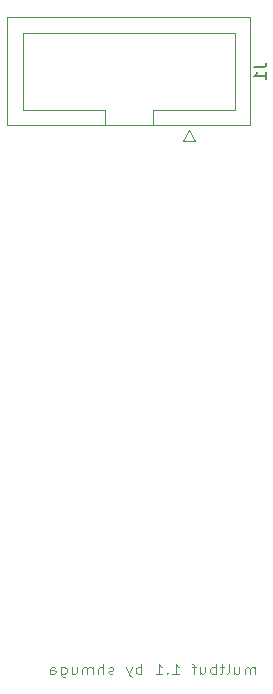
<source format=gbr>
%TF.GenerationSoftware,KiCad,Pcbnew,8.0.7*%
%TF.CreationDate,2025-01-06T00:46:59+00:00*%
%TF.ProjectId,multbuf,6d756c74-6275-4662-9e6b-696361645f70,rev?*%
%TF.SameCoordinates,Original*%
%TF.FileFunction,Legend,Bot*%
%TF.FilePolarity,Positive*%
%FSLAX46Y46*%
G04 Gerber Fmt 4.6, Leading zero omitted, Abs format (unit mm)*
G04 Created by KiCad (PCBNEW 8.0.7) date 2025-01-06 00:46:59*
%MOMM*%
%LPD*%
G01*
G04 APERTURE LIST*
%ADD10C,0.100000*%
%ADD11C,0.150000*%
%ADD12C,0.120000*%
G04 APERTURE END LIST*
D10*
X70496115Y-149696895D02*
X70496115Y-149163561D01*
X70496115Y-149239752D02*
X70448496Y-149201657D01*
X70448496Y-149201657D02*
X70353258Y-149163561D01*
X70353258Y-149163561D02*
X70210401Y-149163561D01*
X70210401Y-149163561D02*
X70115163Y-149201657D01*
X70115163Y-149201657D02*
X70067544Y-149277847D01*
X70067544Y-149277847D02*
X70067544Y-149696895D01*
X70067544Y-149277847D02*
X70019925Y-149201657D01*
X70019925Y-149201657D02*
X69924687Y-149163561D01*
X69924687Y-149163561D02*
X69781830Y-149163561D01*
X69781830Y-149163561D02*
X69686591Y-149201657D01*
X69686591Y-149201657D02*
X69638972Y-149277847D01*
X69638972Y-149277847D02*
X69638972Y-149696895D01*
X68734211Y-149163561D02*
X68734211Y-149696895D01*
X69162782Y-149163561D02*
X69162782Y-149582609D01*
X69162782Y-149582609D02*
X69115163Y-149658800D01*
X69115163Y-149658800D02*
X69019925Y-149696895D01*
X69019925Y-149696895D02*
X68877068Y-149696895D01*
X68877068Y-149696895D02*
X68781830Y-149658800D01*
X68781830Y-149658800D02*
X68734211Y-149620704D01*
X68115163Y-149696895D02*
X68210401Y-149658800D01*
X68210401Y-149658800D02*
X68258020Y-149582609D01*
X68258020Y-149582609D02*
X68258020Y-148896895D01*
X67877067Y-149163561D02*
X67496115Y-149163561D01*
X67734210Y-148896895D02*
X67734210Y-149582609D01*
X67734210Y-149582609D02*
X67686591Y-149658800D01*
X67686591Y-149658800D02*
X67591353Y-149696895D01*
X67591353Y-149696895D02*
X67496115Y-149696895D01*
X67162781Y-149696895D02*
X67162781Y-148896895D01*
X67162781Y-149201657D02*
X67067543Y-149163561D01*
X67067543Y-149163561D02*
X66877067Y-149163561D01*
X66877067Y-149163561D02*
X66781829Y-149201657D01*
X66781829Y-149201657D02*
X66734210Y-149239752D01*
X66734210Y-149239752D02*
X66686591Y-149315942D01*
X66686591Y-149315942D02*
X66686591Y-149544514D01*
X66686591Y-149544514D02*
X66734210Y-149620704D01*
X66734210Y-149620704D02*
X66781829Y-149658800D01*
X66781829Y-149658800D02*
X66877067Y-149696895D01*
X66877067Y-149696895D02*
X67067543Y-149696895D01*
X67067543Y-149696895D02*
X67162781Y-149658800D01*
X65829448Y-149163561D02*
X65829448Y-149696895D01*
X66258019Y-149163561D02*
X66258019Y-149582609D01*
X66258019Y-149582609D02*
X66210400Y-149658800D01*
X66210400Y-149658800D02*
X66115162Y-149696895D01*
X66115162Y-149696895D02*
X65972305Y-149696895D01*
X65972305Y-149696895D02*
X65877067Y-149658800D01*
X65877067Y-149658800D02*
X65829448Y-149620704D01*
X65496114Y-149163561D02*
X65115162Y-149163561D01*
X65353257Y-149696895D02*
X65353257Y-149011180D01*
X65353257Y-149011180D02*
X65305638Y-148934990D01*
X65305638Y-148934990D02*
X65210400Y-148896895D01*
X65210400Y-148896895D02*
X65115162Y-148896895D01*
X63496114Y-149696895D02*
X64067542Y-149696895D01*
X63781828Y-149696895D02*
X63781828Y-148896895D01*
X63781828Y-148896895D02*
X63877066Y-149011180D01*
X63877066Y-149011180D02*
X63972304Y-149087371D01*
X63972304Y-149087371D02*
X64067542Y-149125466D01*
X63067542Y-149620704D02*
X63019923Y-149658800D01*
X63019923Y-149658800D02*
X63067542Y-149696895D01*
X63067542Y-149696895D02*
X63115161Y-149658800D01*
X63115161Y-149658800D02*
X63067542Y-149620704D01*
X63067542Y-149620704D02*
X63067542Y-149696895D01*
X62067543Y-149696895D02*
X62638971Y-149696895D01*
X62353257Y-149696895D02*
X62353257Y-148896895D01*
X62353257Y-148896895D02*
X62448495Y-149011180D01*
X62448495Y-149011180D02*
X62543733Y-149087371D01*
X62543733Y-149087371D02*
X62638971Y-149125466D01*
X60877066Y-149696895D02*
X60877066Y-148896895D01*
X60877066Y-149201657D02*
X60781828Y-149163561D01*
X60781828Y-149163561D02*
X60591352Y-149163561D01*
X60591352Y-149163561D02*
X60496114Y-149201657D01*
X60496114Y-149201657D02*
X60448495Y-149239752D01*
X60448495Y-149239752D02*
X60400876Y-149315942D01*
X60400876Y-149315942D02*
X60400876Y-149544514D01*
X60400876Y-149544514D02*
X60448495Y-149620704D01*
X60448495Y-149620704D02*
X60496114Y-149658800D01*
X60496114Y-149658800D02*
X60591352Y-149696895D01*
X60591352Y-149696895D02*
X60781828Y-149696895D01*
X60781828Y-149696895D02*
X60877066Y-149658800D01*
X60067542Y-149163561D02*
X59829447Y-149696895D01*
X59591352Y-149163561D02*
X59829447Y-149696895D01*
X59829447Y-149696895D02*
X59924685Y-149887371D01*
X59924685Y-149887371D02*
X59972304Y-149925466D01*
X59972304Y-149925466D02*
X60067542Y-149963561D01*
X58496113Y-149658800D02*
X58400875Y-149696895D01*
X58400875Y-149696895D02*
X58210399Y-149696895D01*
X58210399Y-149696895D02*
X58115161Y-149658800D01*
X58115161Y-149658800D02*
X58067542Y-149582609D01*
X58067542Y-149582609D02*
X58067542Y-149544514D01*
X58067542Y-149544514D02*
X58115161Y-149468323D01*
X58115161Y-149468323D02*
X58210399Y-149430228D01*
X58210399Y-149430228D02*
X58353256Y-149430228D01*
X58353256Y-149430228D02*
X58448494Y-149392133D01*
X58448494Y-149392133D02*
X58496113Y-149315942D01*
X58496113Y-149315942D02*
X58496113Y-149277847D01*
X58496113Y-149277847D02*
X58448494Y-149201657D01*
X58448494Y-149201657D02*
X58353256Y-149163561D01*
X58353256Y-149163561D02*
X58210399Y-149163561D01*
X58210399Y-149163561D02*
X58115161Y-149201657D01*
X57638970Y-149696895D02*
X57638970Y-148896895D01*
X57210399Y-149696895D02*
X57210399Y-149277847D01*
X57210399Y-149277847D02*
X57258018Y-149201657D01*
X57258018Y-149201657D02*
X57353256Y-149163561D01*
X57353256Y-149163561D02*
X57496113Y-149163561D01*
X57496113Y-149163561D02*
X57591351Y-149201657D01*
X57591351Y-149201657D02*
X57638970Y-149239752D01*
X56734208Y-149696895D02*
X56734208Y-149163561D01*
X56734208Y-149239752D02*
X56686589Y-149201657D01*
X56686589Y-149201657D02*
X56591351Y-149163561D01*
X56591351Y-149163561D02*
X56448494Y-149163561D01*
X56448494Y-149163561D02*
X56353256Y-149201657D01*
X56353256Y-149201657D02*
X56305637Y-149277847D01*
X56305637Y-149277847D02*
X56305637Y-149696895D01*
X56305637Y-149277847D02*
X56258018Y-149201657D01*
X56258018Y-149201657D02*
X56162780Y-149163561D01*
X56162780Y-149163561D02*
X56019923Y-149163561D01*
X56019923Y-149163561D02*
X55924684Y-149201657D01*
X55924684Y-149201657D02*
X55877065Y-149277847D01*
X55877065Y-149277847D02*
X55877065Y-149696895D01*
X54972304Y-149163561D02*
X54972304Y-149696895D01*
X55400875Y-149163561D02*
X55400875Y-149582609D01*
X55400875Y-149582609D02*
X55353256Y-149658800D01*
X55353256Y-149658800D02*
X55258018Y-149696895D01*
X55258018Y-149696895D02*
X55115161Y-149696895D01*
X55115161Y-149696895D02*
X55019923Y-149658800D01*
X55019923Y-149658800D02*
X54972304Y-149620704D01*
X54067542Y-149163561D02*
X54067542Y-149811180D01*
X54067542Y-149811180D02*
X54115161Y-149887371D01*
X54115161Y-149887371D02*
X54162780Y-149925466D01*
X54162780Y-149925466D02*
X54258018Y-149963561D01*
X54258018Y-149963561D02*
X54400875Y-149963561D01*
X54400875Y-149963561D02*
X54496113Y-149925466D01*
X54067542Y-149658800D02*
X54162780Y-149696895D01*
X54162780Y-149696895D02*
X54353256Y-149696895D01*
X54353256Y-149696895D02*
X54448494Y-149658800D01*
X54448494Y-149658800D02*
X54496113Y-149620704D01*
X54496113Y-149620704D02*
X54543732Y-149544514D01*
X54543732Y-149544514D02*
X54543732Y-149315942D01*
X54543732Y-149315942D02*
X54496113Y-149239752D01*
X54496113Y-149239752D02*
X54448494Y-149201657D01*
X54448494Y-149201657D02*
X54353256Y-149163561D01*
X54353256Y-149163561D02*
X54162780Y-149163561D01*
X54162780Y-149163561D02*
X54067542Y-149201657D01*
X53162780Y-149696895D02*
X53162780Y-149277847D01*
X53162780Y-149277847D02*
X53210399Y-149201657D01*
X53210399Y-149201657D02*
X53305637Y-149163561D01*
X53305637Y-149163561D02*
X53496113Y-149163561D01*
X53496113Y-149163561D02*
X53591351Y-149201657D01*
X53162780Y-149658800D02*
X53258018Y-149696895D01*
X53258018Y-149696895D02*
X53496113Y-149696895D01*
X53496113Y-149696895D02*
X53591351Y-149658800D01*
X53591351Y-149658800D02*
X53638970Y-149582609D01*
X53638970Y-149582609D02*
X53638970Y-149506419D01*
X53638970Y-149506419D02*
X53591351Y-149430228D01*
X53591351Y-149430228D02*
X53496113Y-149392133D01*
X53496113Y-149392133D02*
X53258018Y-149392133D01*
X53258018Y-149392133D02*
X53162780Y-149354038D01*
D11*
X70434819Y-98349166D02*
X71149104Y-98349166D01*
X71149104Y-98349166D02*
X71291961Y-98301547D01*
X71291961Y-98301547D02*
X71387200Y-98206309D01*
X71387200Y-98206309D02*
X71434819Y-98063452D01*
X71434819Y-98063452D02*
X71434819Y-97968214D01*
X71434819Y-99349166D02*
X71434819Y-98777738D01*
X71434819Y-99063452D02*
X70434819Y-99063452D01*
X70434819Y-99063452D02*
X70577676Y-98968214D01*
X70577676Y-98968214D02*
X70672914Y-98872976D01*
X70672914Y-98872976D02*
X70720533Y-98777738D01*
D12*
%TO.C,J1*%
X64380000Y-104632500D02*
X65380000Y-104632500D01*
X64880000Y-103632500D02*
X64380000Y-104632500D01*
X65380000Y-104632500D02*
X64880000Y-103632500D01*
X70090000Y-94122500D02*
X70090000Y-103242500D01*
X61850000Y-101932500D02*
X61850000Y-103242500D01*
X70090000Y-103242500D02*
X49510000Y-103242500D01*
X68790000Y-95432500D02*
X68790000Y-101932500D01*
X68790000Y-101932500D02*
X61850000Y-101932500D01*
X57750000Y-103242500D02*
X57750000Y-101932500D01*
X57750000Y-101932500D02*
X57750000Y-101932500D01*
X57750000Y-101932500D02*
X50810000Y-101932500D01*
X50810000Y-95432500D02*
X68790000Y-95432500D01*
X50810000Y-101932500D02*
X50810000Y-95432500D01*
X49510000Y-94122500D02*
X70090000Y-94122500D01*
X49510000Y-103242500D02*
X49510000Y-94122500D01*
%TD*%
M02*

</source>
